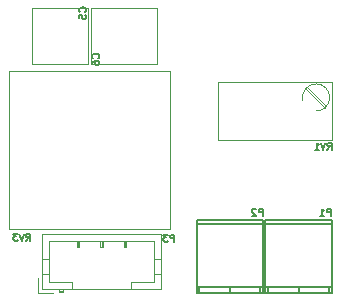
<source format=gbo>
G04 #@! TF.FileFunction,Legend,Bot*
%FSLAX46Y46*%
G04 Gerber Fmt 4.6, Leading zero omitted, Abs format (unit mm)*
G04 Created by KiCad (PCBNEW 4.0.4-1.fc24-product) date Thu Mar  1 09:37:53 2018*
%MOMM*%
%LPD*%
G01*
G04 APERTURE LIST*
%ADD10C,0.100000*%
%ADD11C,0.120000*%
%ADD12C,0.150000*%
G04 APERTURE END LIST*
D10*
D11*
X135140000Y-79390000D02*
X135140000Y-84110000D01*
X139860000Y-79390000D02*
X139860000Y-84110000D01*
X135140000Y-79390000D02*
X139860000Y-79390000D01*
X135140000Y-84110000D02*
X139860000Y-84110000D01*
X140090000Y-79390000D02*
X140090000Y-84110000D01*
X145710000Y-79390000D02*
X145710000Y-84110000D01*
X140090000Y-79390000D02*
X145710000Y-79390000D01*
X140090000Y-84110000D02*
X145710000Y-84110000D01*
X135950000Y-103200000D02*
X135950000Y-98500000D01*
X135950000Y-98500000D02*
X146050000Y-98500000D01*
X146050000Y-98500000D02*
X146050000Y-103200000D01*
X146050000Y-103200000D02*
X135950000Y-103200000D01*
X138500000Y-103200000D02*
X138500000Y-102600000D01*
X138500000Y-102600000D02*
X136550000Y-102600000D01*
X136550000Y-102600000D02*
X136550000Y-99100000D01*
X136550000Y-99100000D02*
X145450000Y-99100000D01*
X145450000Y-99100000D02*
X145450000Y-102600000D01*
X145450000Y-102600000D02*
X143500000Y-102600000D01*
X143500000Y-102600000D02*
X143500000Y-103200000D01*
X135950000Y-101900000D02*
X136550000Y-101900000D01*
X135950000Y-100600000D02*
X136550000Y-100600000D01*
X146050000Y-101900000D02*
X145450000Y-101900000D01*
X146050000Y-100600000D02*
X145450000Y-100600000D01*
X137700000Y-103200000D02*
X137700000Y-103400000D01*
X137700000Y-103400000D02*
X137400000Y-103400000D01*
X137400000Y-103400000D02*
X137400000Y-103200000D01*
X137700000Y-103300000D02*
X137400000Y-103300000D01*
X138900000Y-99100000D02*
X138900000Y-99600000D01*
X138900000Y-99600000D02*
X139100000Y-99600000D01*
X139100000Y-99600000D02*
X139100000Y-99100000D01*
X139000000Y-99100000D02*
X139000000Y-99600000D01*
X140900000Y-99100000D02*
X140900000Y-99600000D01*
X140900000Y-99600000D02*
X141100000Y-99600000D01*
X141100000Y-99600000D02*
X141100000Y-99100000D01*
X141000000Y-99100000D02*
X141000000Y-99600000D01*
X142900000Y-99100000D02*
X142900000Y-99600000D01*
X142900000Y-99600000D02*
X143100000Y-99600000D01*
X143100000Y-99600000D02*
X143100000Y-99100000D01*
X143000000Y-99100000D02*
X143000000Y-99600000D01*
X136900000Y-103500000D02*
X135650000Y-103500000D01*
X135650000Y-103500000D02*
X135650000Y-102250000D01*
X146760000Y-84750000D02*
X133140000Y-84750000D01*
X146760000Y-98060000D02*
X133140000Y-98060000D01*
X146760000Y-84750000D02*
X146760000Y-98060000D01*
X133140000Y-84750000D02*
X133140000Y-98060000D01*
X159114691Y-88104296D02*
G75*
G03X159155000Y-85795000I40309J1154296D01*
G01*
X159175121Y-85795948D02*
G75*
G03X158026000Y-87190000I-20121J-1154052D01*
G01*
X150835000Y-90570000D02*
X160485000Y-90570000D01*
X150835000Y-85619000D02*
X160485000Y-85619000D01*
X150835000Y-90570000D02*
X150835000Y-85619000D01*
X160485000Y-90570000D02*
X160485000Y-85619000D01*
X160031000Y-87684000D02*
X158420000Y-86074000D01*
X159891000Y-87825000D02*
X158279000Y-86215000D01*
D12*
X149030920Y-103000960D02*
X154629080Y-103000960D01*
X154430960Y-103498800D02*
X154430960Y-103000960D01*
X149229040Y-103000960D02*
X149229040Y-103498800D01*
X151830000Y-103498800D02*
X151830000Y-103000960D01*
X154629080Y-97699980D02*
X149030920Y-97699980D01*
X154629080Y-103498800D02*
X149030920Y-103498800D01*
X149030920Y-103498800D02*
X149030920Y-97301200D01*
X149030920Y-97301200D02*
X154629080Y-97301200D01*
X154629080Y-97301200D02*
X154629080Y-103498800D01*
X154870920Y-103000960D02*
X160469080Y-103000960D01*
X160270960Y-103498800D02*
X160270960Y-103000960D01*
X155069040Y-103000960D02*
X155069040Y-103498800D01*
X157670000Y-103498800D02*
X157670000Y-103000960D01*
X160469080Y-97699980D02*
X154870920Y-97699980D01*
X160469080Y-103498800D02*
X154870920Y-103498800D01*
X154870920Y-103498800D02*
X154870920Y-97301200D01*
X154870920Y-97301200D02*
X160469080Y-97301200D01*
X160469080Y-97301200D02*
X160469080Y-103498800D01*
X140714286Y-83600000D02*
X140742857Y-83571429D01*
X140771429Y-83485715D01*
X140771429Y-83428572D01*
X140742857Y-83342857D01*
X140685714Y-83285715D01*
X140628571Y-83257143D01*
X140514286Y-83228572D01*
X140428571Y-83228572D01*
X140314286Y-83257143D01*
X140257143Y-83285715D01*
X140200000Y-83342857D01*
X140171429Y-83428572D01*
X140171429Y-83485715D01*
X140200000Y-83571429D01*
X140228571Y-83600000D01*
X140171429Y-84114286D02*
X140171429Y-84000000D01*
X140200000Y-83942857D01*
X140228571Y-83914286D01*
X140314286Y-83857143D01*
X140428571Y-83828572D01*
X140657143Y-83828572D01*
X140714286Y-83857143D01*
X140742857Y-83885715D01*
X140771429Y-83942857D01*
X140771429Y-84057143D01*
X140742857Y-84114286D01*
X140714286Y-84142857D01*
X140657143Y-84171429D01*
X140514286Y-84171429D01*
X140457143Y-84142857D01*
X140428571Y-84114286D01*
X140400000Y-84057143D01*
X140400000Y-83942857D01*
X140428571Y-83885715D01*
X140457143Y-83857143D01*
X140514286Y-83828572D01*
X139614286Y-79700000D02*
X139642857Y-79671429D01*
X139671429Y-79585715D01*
X139671429Y-79528572D01*
X139642857Y-79442857D01*
X139585714Y-79385715D01*
X139528571Y-79357143D01*
X139414286Y-79328572D01*
X139328571Y-79328572D01*
X139214286Y-79357143D01*
X139157143Y-79385715D01*
X139100000Y-79442857D01*
X139071429Y-79528572D01*
X139071429Y-79585715D01*
X139100000Y-79671429D01*
X139128571Y-79700000D01*
X139071429Y-80242857D02*
X139071429Y-79957143D01*
X139357143Y-79928572D01*
X139328571Y-79957143D01*
X139300000Y-80014286D01*
X139300000Y-80157143D01*
X139328571Y-80214286D01*
X139357143Y-80242857D01*
X139414286Y-80271429D01*
X139557143Y-80271429D01*
X139614286Y-80242857D01*
X139642857Y-80214286D01*
X139671429Y-80157143D01*
X139671429Y-80014286D01*
X139642857Y-79957143D01*
X139614286Y-79928572D01*
X147142857Y-99171429D02*
X147142857Y-98571429D01*
X146914285Y-98571429D01*
X146857143Y-98600000D01*
X146828571Y-98628571D01*
X146800000Y-98685714D01*
X146800000Y-98771429D01*
X146828571Y-98828571D01*
X146857143Y-98857143D01*
X146914285Y-98885714D01*
X147142857Y-98885714D01*
X146600000Y-98571429D02*
X146228571Y-98571429D01*
X146428571Y-98800000D01*
X146342857Y-98800000D01*
X146285714Y-98828571D01*
X146257143Y-98857143D01*
X146228571Y-98914286D01*
X146228571Y-99057143D01*
X146257143Y-99114286D01*
X146285714Y-99142857D01*
X146342857Y-99171429D01*
X146514285Y-99171429D01*
X146571428Y-99142857D01*
X146600000Y-99114286D01*
X134607143Y-99071429D02*
X134807143Y-98785714D01*
X134950000Y-99071429D02*
X134950000Y-98471429D01*
X134721428Y-98471429D01*
X134664286Y-98500000D01*
X134635714Y-98528571D01*
X134607143Y-98585714D01*
X134607143Y-98671429D01*
X134635714Y-98728571D01*
X134664286Y-98757143D01*
X134721428Y-98785714D01*
X134950000Y-98785714D01*
X134435714Y-98471429D02*
X134235714Y-99071429D01*
X134035714Y-98471429D01*
X133892857Y-98471429D02*
X133521428Y-98471429D01*
X133721428Y-98700000D01*
X133635714Y-98700000D01*
X133578571Y-98728571D01*
X133550000Y-98757143D01*
X133521428Y-98814286D01*
X133521428Y-98957143D01*
X133550000Y-99014286D01*
X133578571Y-99042857D01*
X133635714Y-99071429D01*
X133807142Y-99071429D01*
X133864285Y-99042857D01*
X133892857Y-99014286D01*
X160117143Y-91371429D02*
X160317143Y-91085714D01*
X160460000Y-91371429D02*
X160460000Y-90771429D01*
X160231428Y-90771429D01*
X160174286Y-90800000D01*
X160145714Y-90828571D01*
X160117143Y-90885714D01*
X160117143Y-90971429D01*
X160145714Y-91028571D01*
X160174286Y-91057143D01*
X160231428Y-91085714D01*
X160460000Y-91085714D01*
X159945714Y-90771429D02*
X159745714Y-91371429D01*
X159545714Y-90771429D01*
X159031428Y-91371429D02*
X159374285Y-91371429D01*
X159202857Y-91371429D02*
X159202857Y-90771429D01*
X159260000Y-90857143D01*
X159317142Y-90914286D01*
X159374285Y-90942857D01*
X154642857Y-96971429D02*
X154642857Y-96371429D01*
X154414285Y-96371429D01*
X154357143Y-96400000D01*
X154328571Y-96428571D01*
X154300000Y-96485714D01*
X154300000Y-96571429D01*
X154328571Y-96628571D01*
X154357143Y-96657143D01*
X154414285Y-96685714D01*
X154642857Y-96685714D01*
X154071428Y-96428571D02*
X154042857Y-96400000D01*
X153985714Y-96371429D01*
X153842857Y-96371429D01*
X153785714Y-96400000D01*
X153757143Y-96428571D01*
X153728571Y-96485714D01*
X153728571Y-96542857D01*
X153757143Y-96628571D01*
X154100000Y-96971429D01*
X153728571Y-96971429D01*
X160382857Y-96971429D02*
X160382857Y-96371429D01*
X160154285Y-96371429D01*
X160097143Y-96400000D01*
X160068571Y-96428571D01*
X160040000Y-96485714D01*
X160040000Y-96571429D01*
X160068571Y-96628571D01*
X160097143Y-96657143D01*
X160154285Y-96685714D01*
X160382857Y-96685714D01*
X159468571Y-96971429D02*
X159811428Y-96971429D01*
X159640000Y-96971429D02*
X159640000Y-96371429D01*
X159697143Y-96457143D01*
X159754285Y-96514286D01*
X159811428Y-96542857D01*
M02*

</source>
